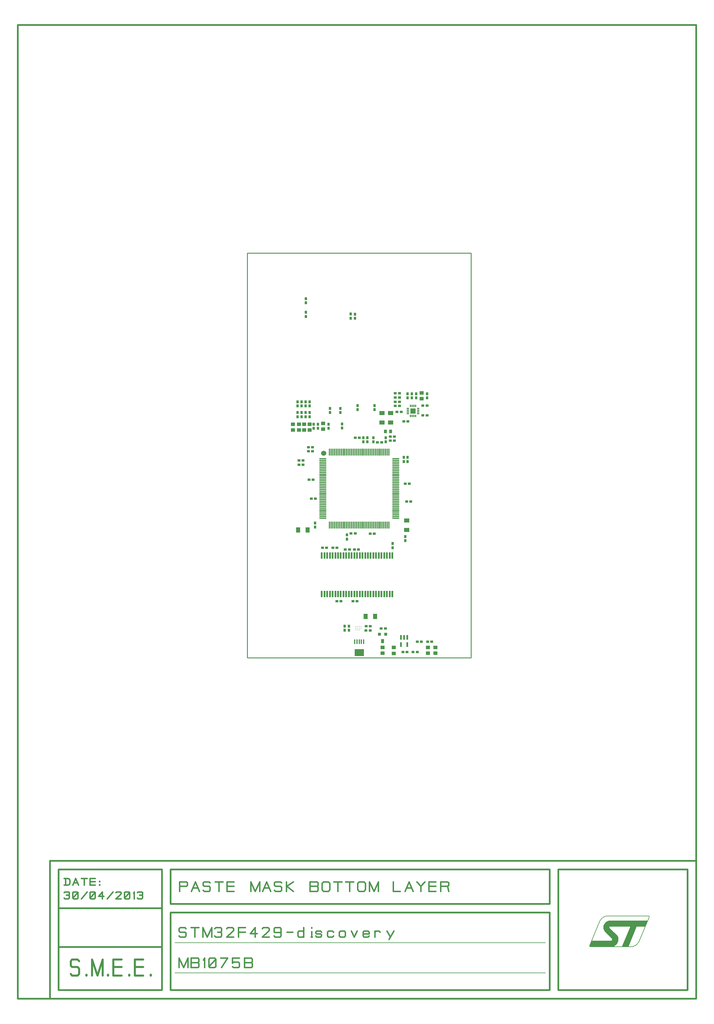
<source format=gbr>
G70*
%FSLAX55Y55*%
%ADD11C,0.01000*%
%ADD12C,0.00800*%
%ADD13C,0.02000*%
%ADD14R,0.03700X0.03000*%
%ADD15R,0.03000X0.03700*%
%ADD16R,0.04724X0.04331*%
%ADD17R,0.06000X0.05000*%
%ADD18R,0.03150X0.01181*%
%ADD19R,0.01181X0.03150*%
%ADD20R,0.05906X0.05906*%
%ADD21R,0.05000X0.06000*%
%ADD22R,0.01575X0.05315*%
%ADD23R,0.11024X0.07874*%
%ADD24R,0.02165X0.05709*%
%ADD25C,0.01260*%
%ADD26R,0.03600X0.03600*%
%ADD27R,0.03600X0.05000*%
%ADD28R,0.01299X0.07874*%
%ADD29R,0.07874X0.01299*%
%ADD30C,0.06000*%
%ADD31R,0.03500X0.04000*%
%ADD32R,0.02362X0.07283*%
%ADD33C,0.02480*%
%ADD34C,0.01500*%
%ADD35C,0.01575*%
D11*
X285882Y415262D02*
X545725Y415262D01*
X545725Y884947*
X285882Y884947*
X285882Y415262*
D12*
G36*
X685804Y86797D02*
X708758Y86807D01*
X709804Y88897*
X700804Y97897*
X699604Y100597*
X699604Y103897*
X699904Y105097*
X701104Y107197*
X702304Y108397*
X703804Y109297*
X705604Y109897*
X707704Y110197*
X750304Y110197*
X747904Y103897*
X747604Y103597*
X737704Y103597*
X728104Y80797*
X721204Y80797*
X730504Y102697*
X730504Y103597*
X706804Y103597*
X706204Y103297*
X705904Y102697*
X705904Y101797*
X706204Y101497*
X714904Y93097*
X715804Y91597*
X716104Y90097*
X716404Y89797*
X716404Y87097*
G75*
G02X711604Y80797I-08949J01839*
G01X683404Y80797*
X683404Y81397*
X685504Y86497*
X685804Y86797*
G37*
X708758Y86807*
X709804Y88897*
X700804Y97897*
X699604Y100597*
X699604Y103897*
X699904Y105097*
X701104Y107197*
X702304Y108397*
X703804Y109297*
X705604Y109897*
X707704Y110197*
X750304Y110197*
X747904Y103897*
X747604Y103597*
X737704Y103597*
X728104Y80797*
X721204Y80797*
X730504Y102697*
X730504Y103597*
X706804Y103597*
X706204Y103297*
X705904Y102697*
X705904Y101797*
X706204Y101497*
X714904Y93097*
X715804Y91597*
X716104Y90097*
X716404Y89797*
X716404Y87097*
G75*
G02X711604Y80797I-08949J01839*
G01X683404Y80797*
X683404Y81397*
X685504Y86497*
X685804Y86797*
X202051Y49689D02*
X632051Y49689D01*
D13*
X197051Y129689D02*
X637051Y129689D01*
X67050Y29689D02*
X187051Y29689D01*
D12*
X202051Y84689D02*
X632051Y84689D01*
D13*
X197051Y119689D02*
X637051Y119689D01*
D12*
X684004Y80197D02*
X683404Y80797D01*
X683404Y81397*
X695404Y110497*
G75*
G02X702004Y115597I08543J-04235*
G01X751804Y115597*
X752104Y115297*
X752104Y114097*
X740104Y85297*
G75*
G02X733504Y80197I-08825J04600*
G01X684004Y80197*
D13*
X637051Y129689D02*
X637051Y169689D01*
X57051Y179689D02*
X807051Y179689D01*
X67050Y124689D02*
X187051Y124689D01*
X67050Y169689D02*
X187051Y169689D01*
X197051Y169689D02*
X637051Y169689D01*
X197051Y29689D02*
X197051Y119689D01*
X197051Y129689D02*
X197051Y169689D01*
X67050Y29689D02*
X67050Y169689D01*
X637051Y29689D02*
X637051Y119689D01*
X647051Y169689D02*
X797051Y169689D01*
X647051Y29689D02*
X797051Y29689D01*
X19649Y19689D02*
X19649Y1149611D01*
X19649Y19689D02*
X807051Y19689D01*
X57051Y19689D02*
X57051Y179689D01*
X187051Y29689D02*
X187051Y169689D01*
X647051Y29689D02*
X647051Y169689D01*
X797051Y29689D02*
X797051Y169689D01*
X67050Y79689D02*
X187051Y79689D01*
X807051Y19689D02*
X807051Y1149611D01*
X197051Y29689D02*
X637051Y29689D01*
X19649Y1149611D02*
X807051Y1149611D01*
D14*
X428439Y446953D03*
X423714Y446953D03*
D15*
X420528Y666049D03*
X420528Y670774D03*
D16*
X455863Y420537D03*
X455863Y427230D03*
D17*
X452221Y688305D03*
X452221Y699305D03*
D16*
X374071Y687506D03*
X374071Y680813D03*
D14*
X428697Y452211D03*
X423973Y452211D03*
X494416Y708047D03*
X489691Y708047D03*
X488048Y433963D03*
X483323Y433963D03*
D15*
X353796Y831994D03*
X353796Y827270D03*
X353796Y811522D03*
X353796Y816246D03*
D14*
X475666Y596797D03*
X470941Y596797D03*
X471315Y422151D03*
X466591Y422151D03*
D16*
X495528Y420774D03*
X495528Y427466D03*
D15*
X358323Y695183D03*
X358323Y699907D03*
X477054Y716935D03*
X477054Y721659D03*
X344150Y707781D03*
X344150Y712506D03*
X410804Y814159D03*
X410804Y809435D03*
D14*
X457733Y707585D03*
X462457Y707585D03*
D15*
X433520Y703254D03*
X433520Y707978D03*
X482054Y716935D03*
X482054Y721659D03*
X399071Y452073D03*
X399071Y447348D03*
D14*
X373284Y543214D03*
X378008Y543214D03*
D15*
X381945Y699907D03*
X381945Y704632D03*
D14*
X495134Y433963D03*
X499859Y433963D03*
D18*
X472398Y698844D03*
X472398Y700813D03*
X472398Y702781D03*
X472398Y704750D03*
D19*
X475351Y707703D03*
X477319Y707703D03*
X479288Y707703D03*
X481256Y707703D03*
D18*
X484209Y704750D03*
X484209Y702781D03*
X484209Y700813D03*
X484209Y698844D03*
D19*
X481256Y695892D03*
X479288Y695892D03*
X477319Y695892D03*
X475351Y695892D03*
D20*
X478304Y701797D03*
D21*
X355949Y563687D03*
X344949Y563687D03*
D15*
X358323Y707781D03*
X358323Y712506D03*
D16*
X345804Y686394D03*
X345804Y679701D03*
D22*
X410686Y433963D03*
X413245Y433963D03*
X415804Y433963D03*
X418363Y433963D03*
X420922Y433963D03*
D23*
X415804Y421365D03*
D14*
X415041Y541172D03*
X410316Y541172D03*
X389819Y543214D03*
X385095Y543214D03*
X441788Y665262D03*
X437064Y665262D03*
X404416Y541172D03*
X399691Y541172D03*
X356749Y655026D03*
X361473Y655026D03*
D15*
X363048Y681797D03*
X363048Y686522D03*
D16*
X358304Y686394D03*
X358304Y679701D03*
D15*
X403835Y452073D03*
X403835Y447348D03*
X395804Y681935D03*
X395804Y686659D03*
X348875Y707781D03*
X348875Y712506D03*
D14*
X345941Y639297D03*
X350666Y639297D03*
D15*
X413835Y703254D03*
X413835Y707978D03*
X472054Y647909D03*
X472054Y643185D03*
X367772Y681797D03*
X367772Y686522D03*
X472054Y721659D03*
X472054Y716935D03*
X494554Y716935D03*
X494554Y721659D03*
D14*
X411079Y559750D03*
X406355Y559750D03*
D15*
X380371Y681797D03*
X380371Y686522D03*
D14*
X356749Y659750D03*
X361473Y659750D03*
X457733Y712506D03*
X462457Y712506D03*
X483126Y422151D03*
X478402Y422151D03*
X462457Y717427D03*
X457733Y717427D03*
D15*
X446512Y666049D03*
X446512Y670774D03*
D14*
X411079Y670774D03*
X415804Y670774D03*
X467575Y689868D03*
X472300Y689868D03*
X474071Y617230D03*
X469347Y617230D03*
D15*
X432339Y666049D03*
X432339Y670774D03*
D24*
X464229Y439179D03*
X467969Y439179D03*
X471709Y439179D03*
X471709Y430714D03*
X464229Y430714D03*
D15*
X425252Y666049D03*
X425252Y670774D03*
D14*
X433166Y559297D03*
X428441Y559297D03*
D15*
X401429Y557909D03*
X401429Y553185D03*
D25*
X417772Y449711D03*
X417772Y451679D03*
X415804Y447742D03*
X415804Y449711D03*
X415804Y451679D03*
X413835Y447742D03*
X413835Y449711D03*
X413835Y451679D03*
X411867Y447742D03*
X411867Y449711D03*
X411867Y451679D03*
D15*
X348875Y695183D03*
X348875Y699907D03*
D26*
X439219Y442884D03*
X446719Y442884D03*
D27*
X443019Y434884D03*
D15*
X353599Y695183D03*
X353599Y699907D03*
D14*
X464426Y700695D03*
X459701Y700695D03*
D16*
X504386Y420774D03*
X504386Y427466D03*
D14*
X413166Y481172D03*
X408441Y481172D03*
D15*
X393756Y699907D03*
X393756Y704632D03*
D14*
X360316Y599922D03*
X365041Y599922D03*
D15*
X405961Y814277D03*
X405961Y809553D03*
D28*
X381355Y654120D03*
X383323Y654120D03*
X385292Y654120D03*
X387260Y654120D03*
X389229Y654120D03*
X391197Y654120D03*
X393166Y654120D03*
X395134Y654120D03*
X397103Y654120D03*
X399071Y654120D03*
X401040Y654120D03*
X403008Y654120D03*
X404977Y654120D03*
X406945Y654120D03*
X408914Y654120D03*
X410882Y654120D03*
X412851Y654120D03*
X414819Y654120D03*
X416788Y654120D03*
X418756Y654120D03*
X420725Y654120D03*
X422693Y654120D03*
X424662Y654120D03*
X426630Y654120D03*
X428599Y654120D03*
X430567Y654120D03*
X432536Y654120D03*
X434504Y654120D03*
X436473Y654120D03*
X438441Y654120D03*
X440410Y654120D03*
X442378Y654120D03*
X444347Y654120D03*
X446315Y654120D03*
X448284Y654120D03*
X450252Y654120D03*
D29*
X458126Y646246D03*
X458126Y644277D03*
X458126Y642309D03*
X458126Y640340D03*
X458126Y638372D03*
X458126Y636403D03*
X458126Y634435D03*
X458126Y632466D03*
X458126Y630498D03*
X458126Y628529D03*
X458126Y626561D03*
X458126Y624592D03*
X458126Y622624D03*
X458126Y620655D03*
X458126Y618687D03*
X458126Y616718D03*
X458126Y614750D03*
X458126Y612781D03*
X458126Y610813D03*
X458126Y608844D03*
X458126Y606876D03*
X458126Y604907D03*
X458126Y602939D03*
X458126Y600970D03*
X458126Y599002D03*
X458126Y597033D03*
X458126Y595065D03*
X458126Y593096D03*
X458126Y591128D03*
X458126Y589159D03*
X458126Y587191D03*
X458126Y585222D03*
X458126Y583254D03*
X458126Y581285D03*
X458126Y579317D03*
X458126Y577348D03*
D28*
X450252Y569474D03*
X448284Y569474D03*
X446315Y569474D03*
X444347Y569474D03*
X442378Y569474D03*
X440410Y569474D03*
X438441Y569474D03*
X436473Y569474D03*
X434504Y569474D03*
X432536Y569474D03*
X430567Y569474D03*
X428599Y569474D03*
X426630Y569474D03*
X424662Y569474D03*
X422693Y569474D03*
X420725Y569474D03*
X418756Y569474D03*
X416788Y569474D03*
X414819Y569474D03*
X412851Y569474D03*
X410882Y569474D03*
X408914Y569474D03*
X406945Y569474D03*
X404977Y569474D03*
X403008Y569474D03*
X401040Y569474D03*
X399071Y569474D03*
X397103Y569474D03*
X395134Y569474D03*
X393166Y569474D03*
X391197Y569474D03*
X389229Y569474D03*
X387260Y569474D03*
X385292Y569474D03*
X383323Y569474D03*
X381355Y569474D03*
D29*
X373481Y577348D03*
X373481Y579317D03*
X373481Y581285D03*
X373481Y583254D03*
X373481Y585222D03*
X373481Y587191D03*
X373481Y589159D03*
X373481Y591128D03*
X373481Y593096D03*
X373481Y595065D03*
X373481Y597033D03*
X373481Y599002D03*
X373481Y600970D03*
X373481Y602939D03*
X373481Y604907D03*
X373481Y606876D03*
X373481Y608844D03*
X373481Y610813D03*
X373481Y612781D03*
X373481Y614750D03*
X373481Y616718D03*
X373481Y618687D03*
X373481Y620655D03*
X373481Y622624D03*
X373481Y624592D03*
X373481Y626561D03*
X373481Y628529D03*
X373481Y630498D03*
X373481Y632466D03*
X373481Y634435D03*
X373481Y636403D03*
X373481Y638372D03*
X373481Y640340D03*
X373481Y642309D03*
X373481Y644277D03*
X373481Y646246D03*
D30*
X374735Y652867D03*
D15*
X344150Y695183D03*
X344150Y699907D03*
X454554Y547909D03*
X454554Y543185D03*
X353599Y707781D03*
X353599Y712506D03*
D16*
X338929Y686394D03*
X338929Y679701D03*
D14*
X441367Y449251D03*
X446091Y449251D03*
D31*
X446268Y678057D03*
X452268Y678057D03*
D16*
X442969Y420577D03*
X442969Y427270D03*
D17*
X442378Y688305D03*
X442378Y699305D03*
D14*
X462457Y722348D03*
X457733Y722348D03*
X357536Y621955D03*
X362260Y621955D03*
D16*
X352054Y686394D03*
X352054Y679701D03*
D15*
X469347Y551482D03*
X469347Y556207D03*
D14*
X451827Y672151D03*
X456552Y672151D03*
D16*
X488304Y722644D03*
X488304Y715951D03*
D21*
X423099Y463490D03*
X434099Y463490D03*
D14*
X394544Y481010D03*
X389819Y481010D03*
D15*
X467679Y647909D03*
X467679Y643185D03*
D17*
X470922Y574699D03*
X470922Y563699D03*
D14*
X345941Y644297D03*
X350666Y644297D03*
D15*
X364554Y566935D03*
X364554Y571659D03*
D14*
X456552Y667230D03*
X451827Y667230D03*
X489691Y696797D03*
X494416Y696797D03*
D32*
X372359Y534041D03*
X375508Y534041D03*
X378658Y534041D03*
X381808Y534041D03*
X384957Y534041D03*
X388107Y534041D03*
X391256Y534041D03*
X394406Y534041D03*
X397556Y534041D03*
X400705Y534041D03*
X403855Y534041D03*
X407004Y534041D03*
X410154Y534041D03*
X413304Y534041D03*
X416453Y534041D03*
X419603Y534041D03*
X422752Y534041D03*
X425902Y534041D03*
X429052Y534041D03*
X432201Y534041D03*
X435351Y534041D03*
X438501Y534041D03*
X441650Y534041D03*
X444800Y534041D03*
X447949Y534041D03*
X451099Y534041D03*
X454249Y534041D03*
X454249Y489553D03*
X451099Y489553D03*
X447949Y489553D03*
X444800Y489553D03*
X441650Y489553D03*
X438501Y489553D03*
X435351Y489553D03*
X432201Y489553D03*
X429052Y489553D03*
X425902Y489553D03*
X422752Y489553D03*
X419603Y489553D03*
X416453Y489553D03*
X413304Y489553D03*
X410154Y489553D03*
X407004Y489553D03*
X403855Y489553D03*
X400705Y489553D03*
X397556Y489553D03*
X394406Y489553D03*
X391256Y489553D03*
X388107Y489553D03*
X384957Y489553D03*
X381808Y489553D03*
X378658Y489553D03*
X375508Y489553D03*
X372359Y489553D03*
D33*
X80804Y41797D02*
X80804Y48687*
X82182Y46718D01*
X89071Y46718*
X90449Y48687*
X90449Y54592*
X89071Y56561*
X82182Y56561*
X80804Y58529*
X80804Y63451*
X82182Y65419*
X89071Y65419*
X90449Y63451*
X99406Y46718D02*
X99062Y46718D01*
X99062Y47703*
X99406Y47703*
X99406Y46718*
X105607Y46718D02*
X105607Y65419D01*
X111808Y46718*
X118008Y65419*
X118008Y46718*
X124209Y46718D02*
X123865Y46718D01*
X123865Y47703*
X124209Y47703*
X124209Y46718*
X140056Y46718D02*
X130410Y46718D01*
X130410Y65419*
X140056Y65419*
X140056Y56561D02*
X130410Y56561D01*
X149012Y46718D02*
X148668Y46718D01*
X148668Y47703*
X149012Y47703*
X149012Y46718*
X164859Y46718D02*
X155213Y46718D01*
X155213Y65419*
X164859Y65419*
X164859Y56561D02*
X155213Y56561D01*
X173815Y46718D02*
X173471Y46718D01*
X173471Y47703*
X173815Y47703*
X173815Y46718*
D34*
X73284Y149514D02*
X73284Y159514*
X77451Y159514D01*
X79117Y158680*
X79951Y157014*
X79951Y154097*
X79117Y152430*
X77451Y151597*
X73284Y151597*
X74951Y151597D02*
X74951Y159514D01*
X83284Y151597D02*
X86617Y159514D01*
X89950Y151597*
X84534Y154514D02*
X88700Y154514D01*
X93283Y159514D02*
X99950Y159514D01*
X96617Y159514D02*
X96617Y151597D01*
X109116Y151597D02*
X103283Y151597D01*
X103283Y159514*
X109116Y159514*
X109116Y155764D02*
X103283Y155764D01*
X114533Y151597D02*
X114324Y151597D01*
X114324Y152014*
X114533Y152014*
X114533Y151597*
X114533Y155764D02*
X114324Y155764D01*
X114324Y156180*
X114533Y156180*
X114533Y155764*
X73284Y133766D02*
X73284Y142932*
X74117Y143766D01*
X78284Y143766*
X79117Y142932*
X79117Y140849*
X78284Y140016*
X75784Y140016*
X78284Y140016*
X79117Y139182*
X79117Y137099*
X78284Y135849*
X74117Y135849*
X73284Y136682*
X89117Y136682D02*
X88284Y135849D01*
X84117Y135849*
X83284Y136682*
X83284Y142932*
X84117Y143766*
X88284Y143766*
X89117Y142932*
X89117Y136682*
X83284Y136682D02*
X89117Y142932D01*
X93283Y135849D02*
X99950Y143766D01*
X109116Y136682D02*
X108283Y135849D01*
X104116Y135849*
X103283Y136682*
X103283Y142932*
X104116Y143766*
X108283Y143766*
X109116Y142932*
X109116Y136682*
X103283Y136682D02*
X109116Y142932D01*
X117449Y135849D02*
X117449Y143766D01*
X113283Y138766*
X119116Y138766*
X123282Y135849D02*
X129949Y143766D01*
X133282Y142932D02*
X134115Y143766D01*
X138282Y143766*
X139115Y142932*
X139115Y141266*
X138282Y140432*
X133282Y135849*
X139115Y135849*
X149115Y136682D02*
X148282Y135849D01*
X144115Y135849*
X143282Y136682*
X143282Y142932*
X144115Y143766*
X148282Y143766*
X149115Y142932*
X149115Y136682*
X143282Y136682D02*
X149115Y142932D01*
X154740Y135849D02*
X154740Y143766D01*
X153906Y142099*
X158281Y142932D02*
X159115Y143766D01*
X163281Y143766*
X164115Y142932*
X164115Y140849*
X163281Y140016*
X160781Y140016*
X163281Y140016*
X164115Y139182*
X164115Y137099*
X163281Y135849*
X159115Y135849*
X158281Y136682*
D35*
X206657Y53154D02*
X206657Y56025*
X206657Y66934D01*
X211824Y56025*
X216992Y66934*
X216992Y56025*
X220436Y56025D02*
X220436Y66934D01*
X228474Y66934*
X229623Y65785*
X229623Y62914*
X228474Y61766*
X220436Y61766D02*
X228474Y61766D01*
X229623Y60618*
X229623Y57173*
X228474Y56025*
X220436Y56025*
X236225Y56025D02*
X236225Y66934D01*
X235077Y64637*
X249143Y57173D02*
X247995Y56025D01*
X242253Y56025*
X241105Y57173*
X241105Y65785*
X242253Y66934*
X247995Y66934*
X249143Y65785*
X249143Y57173*
X241105Y57173D02*
X249143Y65785D01*
X254884Y66934D02*
X262922Y66934D01*
X256033Y56025*
X268664Y57173D02*
X269812Y56025D01*
X275553Y56025*
X276702Y57173*
X276702Y61192*
X275553Y62340*
X269812Y62340*
X268664Y61192*
X268664Y66934*
X276702Y66934*
X282443Y56025D02*
X282443Y66934D01*
X290481Y66934*
X291629Y65785*
X291629Y62914*
X290481Y61766*
X282443Y61766D02*
X290481Y61766D01*
X291629Y60618*
X291629Y57173*
X290481Y56025*
X282443Y56025*
X207142Y141640D02*
X207142Y144510*
X207142Y155419D01*
X215180Y155419*
X216329Y154271*
X216329Y151400*
X215180Y150252*
X207142Y150252*
X220921Y144510D02*
X225515Y155419D01*
X230108Y144510*
X222644Y148529D02*
X228385Y148529D01*
X234701Y145659D02*
X235849Y144510D01*
X241590Y144510*
X242739Y145659*
X242739Y149104*
X241590Y150252*
X235849Y150252*
X234701Y151400*
X234701Y154271*
X235849Y155419*
X241590Y155419*
X242739Y154271*
X248480Y155419D02*
X257666Y155419D01*
X253073Y155419D02*
X253073Y144510D01*
X270297Y144510D02*
X262259Y144510D01*
X262259Y155419*
X270297Y155419*
X270297Y150252D02*
X262259Y150252D01*
X285225Y141640D02*
X289818Y144510*
X289818Y155419D01*
X294985Y144510*
X300152Y155419*
X300152Y144510*
X303597Y144510D02*
X308190Y155419D01*
X312783Y144510*
X305319Y148529D02*
X311061Y148529D01*
X317376Y145659D02*
X318524Y144510D01*
X324266Y144510*
X325414Y145659*
X325414Y149104*
X324266Y150252*
X318524Y150252*
X317376Y151400*
X317376Y154271*
X318524Y155419*
X324266Y155419*
X325414Y154271*
X331155Y144510D02*
X331155Y155419D01*
X331155Y150252D02*
X331729Y150252D01*
X339193Y155419*
X331729Y150252D02*
X339193Y144510D01*
X354121Y141640D02*
X358714Y144510*
X358714Y155419D01*
X366752Y155419*
X367900Y154271*
X367900Y151400*
X366752Y150252*
X358714Y150252D02*
X366752Y150252D01*
X367900Y149104*
X367900Y145659*
X366752Y144510*
X358714Y144510*
X381679Y146233D02*
X379957Y144510D01*
X374215Y144510*
X372493Y146233*
X372493Y153697*
X374215Y155419*
X379957Y155419*
X381679Y153697*
X381679Y146233*
X386272Y155419D02*
X395458Y155419D01*
X390865Y155419D02*
X390865Y144510D01*
X400051Y155419D02*
X409238Y155419D01*
X404644Y155419D02*
X404644Y144510D01*
X423017Y146233D02*
X421294Y144510D01*
X415553Y144510*
X413830Y146233*
X413830Y153697*
X415553Y155419*
X421294Y155419*
X423017Y153697*
X423017Y146233*
X427610Y144510D02*
X427610Y155419D01*
X432777Y144510*
X437944Y155419*
X437944Y144510*
X450575Y141640D02*
X463206Y144510*
X455168Y144510D01*
X455168Y155419*
X468947Y144510D02*
X473540Y155419D01*
X478134Y144510*
X470670Y148529D02*
X476411Y148529D01*
X482726Y155419D02*
X487320Y150252D01*
X491913Y155419*
X487320Y150252D02*
X487320Y144510D01*
X504544Y144510D02*
X496506Y144510D01*
X496506Y155419*
X504544Y155419*
X504544Y150252D02*
X496506Y150252D01*
X510285Y144510D02*
X510285Y155419D01*
X518323Y155419*
X519471Y154271*
X519471Y151400*
X518323Y150252*
X510285Y150252*
X517175Y150252D02*
X518323Y150252D01*
X519471Y144510*
X206657Y88587D02*
X206657Y92606*
X207805Y91458D01*
X213547Y91458*
X214695Y92606*
X214695Y96051*
X213547Y97199*
X207805Y97199*
X206657Y98348*
X206657Y101218*
X207805Y102367*
X213547Y102367*
X214695Y101218*
X220436Y102367D02*
X229623Y102367D01*
X225029Y102367D02*
X225029Y91458D01*
X234216Y91458D02*
X234216Y102367D01*
X239383Y91458*
X244550Y102367*
X244550Y91458*
X247995Y101218D02*
X249143Y102367D01*
X254884Y102367*
X256033Y101218*
X256033Y98348*
X254884Y97199*
X251440Y97199*
X254884Y97199*
X256033Y96051*
X256033Y93180*
X254884Y91458*
X249143Y91458*
X247995Y92606*
X261774Y101218D02*
X262922Y102367D01*
X268664Y102367*
X269812Y101218*
X269812Y98922*
X268664Y97773*
X261774Y91458*
X269812Y91458*
X275553Y91458D02*
X275553Y102367D01*
X283591Y102367*
X283591Y97199D02*
X275553Y97199D01*
X295074Y91458D02*
X295074Y102367D01*
X289332Y95477*
X297370Y95477*
X303112Y101218D02*
X304260Y102367D01*
X310001Y102367*
X311150Y101218*
X311150Y98922*
X310001Y97773*
X303112Y91458*
X311150Y91458*
X324929Y97773D02*
X323781Y96625D01*
X317465Y96625*
X316891Y97773*
X316891Y101218*
X318039Y102367*
X323781Y102367*
X324929Y101218*
X324929Y92606*
X323781Y91458*
X318039Y91458*
X316891Y92606*
X331818Y97199D02*
X338708Y97199D01*
X351339Y97199D02*
X350191Y98348D01*
X345597Y98348*
X344449Y97199*
X344449Y92606*
X345597Y91458*
X350191Y91458*
X351339Y92606*
X351339Y91458D02*
X351339Y102367D01*
X360525Y91458D02*
X360525Y97773D01*
X360525Y101792D02*
X360525Y102367D01*
X359951Y91458D02*
X361099Y91458D01*
X365118Y92606D02*
X366266Y91458D01*
X370859Y91458*
X372008Y92606*
X372008Y93754*
X370859Y94903*
X366266Y94903*
X365118Y96051*
X365118Y97199*
X366266Y98348*
X370859Y98348*
X372008Y97199*
X385787Y97199D02*
X384639Y98348D01*
X380046Y98348*
X378897Y97199*
X378897Y92606*
X380046Y91458*
X384639Y91458*
X385787Y92606*
X399566Y97199D02*
X398418Y98348D01*
X393825Y98348*
X392676Y97199*
X392676Y92606*
X393825Y91458*
X398418Y91458*
X399566Y92606*
X399566Y97199*
X406456Y98348D02*
X409901Y91458D01*
X413345Y98348*
X420235Y94903D02*
X427125Y94903D01*
X427125Y97199*
X425976Y98348*
X421383Y98348*
X420235Y97199*
X420235Y92606*
X421383Y91458*
X425976Y91458*
X427125Y92606*
X434014Y91458D02*
X434014Y98348D01*
X434014Y97199D02*
X435162Y98348D01*
X438607Y98348*
X439756Y97199*
X447793Y98348D02*
X451812Y91458D01*
X455831Y98348D02*
X450090Y88587D01*
M02*

</source>
